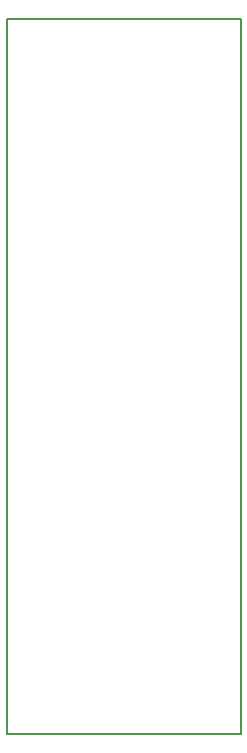
<source format=gbr>
G04 #@! TF.FileFunction,Profile,NP*
%FSLAX46Y46*%
G04 Gerber Fmt 4.6, Leading zero omitted, Abs format (unit mm)*
G04 Created by KiCad (PCBNEW 4.0.7) date 09/17/18 10:08:34*
%MOMM*%
%LPD*%
G01*
G04 APERTURE LIST*
%ADD10C,0.100000*%
%ADD11C,0.150000*%
G04 APERTURE END LIST*
D10*
D11*
X138684000Y-58420000D02*
X158496000Y-58420000D01*
X138684000Y-58420000D02*
X138684000Y-118999000D01*
X158496000Y-118999000D02*
X158496000Y-58420000D01*
X138684000Y-118999000D02*
X158496000Y-118999000D01*
M02*

</source>
